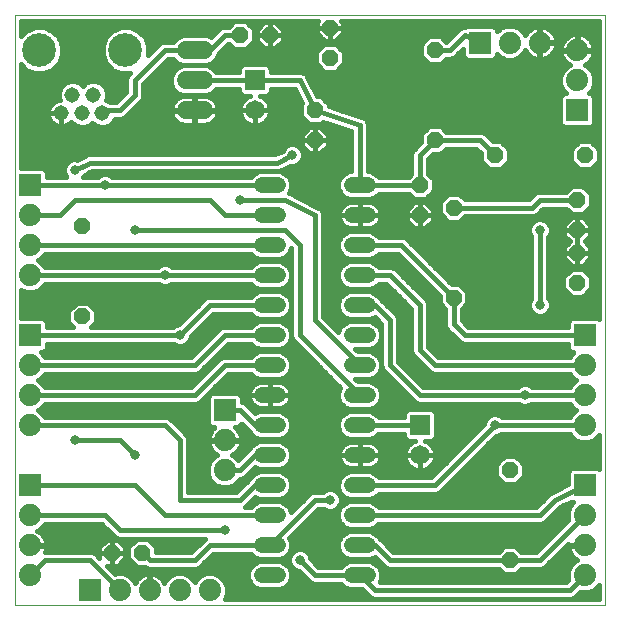
<source format=gbl>
G75*
G70*
%OFA0B0*%
%FSLAX24Y24*%
%IPPOS*%
%LPD*%
%AMOC8*
5,1,8,0,0,1.08239X$1,22.5*
%
%ADD10C,0.0000*%
%ADD11C,0.0520*%
%ADD12R,0.0650X0.0650*%
%ADD13C,0.0650*%
%ADD14OC8,0.0520*%
%ADD15R,0.0740X0.0740*%
%ADD16C,0.0740*%
%ADD17C,0.0515*%
%ADD18C,0.1122*%
%ADD19C,0.0600*%
%ADD20C,0.0160*%
%ADD21C,0.0317*%
D10*
X000181Y000181D02*
X000181Y019866D01*
X019866Y019866D01*
X019866Y000181D01*
X000181Y000181D01*
D11*
X008421Y001181D02*
X008941Y001181D01*
X008941Y002181D02*
X008421Y002181D01*
X008421Y003181D02*
X008941Y003181D01*
X008941Y004181D02*
X008421Y004181D01*
X008421Y005181D02*
X008941Y005181D01*
X008941Y006181D02*
X008421Y006181D01*
X008421Y007181D02*
X008941Y007181D01*
X008941Y008181D02*
X008421Y008181D01*
X008421Y009181D02*
X008941Y009181D01*
X008941Y010181D02*
X008421Y010181D01*
X008421Y011181D02*
X008941Y011181D01*
X008941Y012181D02*
X008421Y012181D01*
X008421Y013181D02*
X008941Y013181D01*
X008941Y014181D02*
X008421Y014181D01*
X011421Y014181D02*
X011941Y014181D01*
X011941Y013181D02*
X011421Y013181D01*
X011421Y012181D02*
X011941Y012181D01*
X011941Y011181D02*
X011421Y011181D01*
X011421Y010181D02*
X011941Y010181D01*
X011941Y009181D02*
X011421Y009181D01*
X011421Y008181D02*
X011941Y008181D01*
X011941Y007181D02*
X011421Y007181D01*
X011421Y006181D02*
X011941Y006181D01*
X011941Y005181D02*
X011421Y005181D01*
X011421Y004181D02*
X011941Y004181D01*
X011941Y003181D02*
X011421Y003181D01*
X011421Y002181D02*
X011941Y002181D01*
X011941Y001181D02*
X011421Y001181D01*
D12*
X013681Y006181D03*
X008181Y017681D03*
D13*
X008181Y016681D03*
X013681Y005181D03*
D14*
X016681Y004681D03*
X016681Y001681D03*
X014806Y010431D03*
X013681Y013181D03*
X013681Y014181D03*
X014806Y013431D03*
X016181Y015181D03*
X014181Y015681D03*
X014181Y018681D03*
X010681Y018431D03*
X010681Y019431D03*
X008681Y019181D03*
X007681Y019181D03*
X010181Y016681D03*
X010181Y015681D03*
X002431Y012806D03*
X002431Y009806D03*
X003431Y001931D03*
X004431Y001931D03*
X018931Y010931D03*
X018931Y011931D03*
X018931Y012681D03*
X018931Y013681D03*
X019181Y015181D03*
D15*
X018931Y016681D03*
X015681Y018931D03*
X019181Y009181D03*
X019181Y004181D03*
X007181Y006681D03*
X002681Y000681D03*
X000681Y004181D03*
X000681Y009181D03*
X000681Y014181D03*
D16*
X000681Y013181D03*
X000681Y012181D03*
X000681Y011181D03*
X000681Y008181D03*
X000681Y007181D03*
X000681Y006181D03*
X000681Y003181D03*
X000681Y002181D03*
X000681Y001181D03*
X003681Y000681D03*
X004681Y000681D03*
X005681Y000681D03*
X006681Y000681D03*
X007181Y004681D03*
X007181Y005681D03*
X018931Y017681D03*
X018931Y018681D03*
X017681Y018931D03*
X016681Y018931D03*
X019181Y008181D03*
X019181Y007181D03*
X019181Y006181D03*
X019181Y003181D03*
X019181Y002181D03*
X019181Y001181D03*
D17*
X003101Y016581D03*
X002431Y016581D03*
X002101Y017201D03*
X002791Y017201D03*
X001731Y016581D03*
D18*
X000994Y018681D03*
X003868Y018681D03*
D19*
X005881Y018681D02*
X006481Y018681D01*
X006481Y017681D02*
X005881Y017681D01*
X005881Y016681D02*
X006481Y016681D01*
D20*
X006202Y016670D02*
X007676Y016670D01*
X007676Y016681D02*
X007676Y016642D01*
X007689Y016563D01*
X007713Y016488D01*
X007749Y016417D01*
X007796Y016352D01*
X007852Y016296D01*
X007917Y016249D01*
X007988Y016213D01*
X008063Y016189D01*
X008142Y016176D01*
X008181Y016176D01*
X008181Y016681D01*
X008182Y016681D01*
X008182Y016682D01*
X008686Y016682D01*
X008686Y016721D01*
X008674Y016800D01*
X008649Y016875D01*
X008613Y016946D01*
X008567Y017010D01*
X008510Y017067D01*
X008446Y017113D01*
X008375Y017149D01*
X008353Y017156D01*
X008589Y017156D01*
X008706Y017274D01*
X008706Y017401D01*
X009508Y017401D01*
X009756Y016906D01*
X009721Y016872D01*
X009721Y016491D01*
X009991Y016221D01*
X010372Y016221D01*
X010448Y016297D01*
X011401Y015980D01*
X011401Y014641D01*
X011330Y014641D01*
X011161Y014571D01*
X011031Y014442D01*
X010961Y014273D01*
X010961Y014090D01*
X011031Y013921D01*
X011161Y013791D01*
X011330Y013721D01*
X012033Y013721D01*
X012202Y013791D01*
X012312Y013901D01*
X013311Y013901D01*
X013491Y013721D01*
X013872Y013721D01*
X014141Y013991D01*
X014141Y014372D01*
X013961Y014552D01*
X013961Y015065D01*
X014117Y015221D01*
X014372Y015221D01*
X014552Y015401D01*
X015565Y015401D01*
X015721Y015245D01*
X015721Y014991D01*
X015991Y014721D01*
X016372Y014721D01*
X016641Y014991D01*
X016641Y015372D01*
X016372Y015641D01*
X016117Y015641D01*
X015840Y015919D01*
X015737Y015961D01*
X015626Y015961D01*
X014552Y015961D01*
X014372Y016141D01*
X013991Y016141D01*
X013721Y015872D01*
X013721Y015617D01*
X013444Y015340D01*
X013401Y015237D01*
X013401Y015126D01*
X013401Y014552D01*
X013311Y014461D01*
X012312Y014461D01*
X012202Y014571D01*
X012033Y014641D01*
X011961Y014641D01*
X011961Y016136D01*
X011965Y016146D01*
X011961Y016191D01*
X011961Y016237D01*
X011957Y016247D01*
X011957Y016257D01*
X011936Y016298D01*
X011919Y016340D01*
X011912Y016347D01*
X011907Y016356D01*
X011872Y016387D01*
X011840Y016419D01*
X011831Y016423D01*
X011823Y016429D01*
X011779Y016444D01*
X011737Y016461D01*
X011727Y016461D01*
X010641Y016823D01*
X010641Y016872D01*
X010372Y017141D01*
X010264Y017141D01*
X009936Y017798D01*
X009919Y017840D01*
X009912Y017847D01*
X009907Y017856D01*
X009872Y017887D01*
X009840Y017919D01*
X009831Y017923D01*
X009823Y017929D01*
X009779Y017944D01*
X009737Y017961D01*
X009727Y017961D01*
X009717Y017965D01*
X009672Y017961D01*
X008706Y017961D01*
X008706Y018089D01*
X008589Y018206D01*
X007774Y018206D01*
X007656Y018089D01*
X007656Y017961D01*
X006907Y017961D01*
X006905Y017965D01*
X006765Y018105D01*
X006581Y018181D01*
X005782Y018181D01*
X005598Y018105D01*
X005458Y017965D01*
X005381Y017781D01*
X005381Y017582D01*
X005458Y017398D01*
X005598Y017258D01*
X005782Y017181D01*
X006581Y017181D01*
X006765Y017258D01*
X006905Y017398D01*
X006907Y017401D01*
X007656Y017401D01*
X007656Y017274D01*
X007774Y017156D01*
X008009Y017156D01*
X007988Y017149D01*
X007917Y017113D01*
X007852Y017067D01*
X007796Y017010D01*
X007749Y016946D01*
X007713Y016875D01*
X007689Y016800D01*
X007676Y016721D01*
X007676Y016682D01*
X008181Y016682D01*
X008181Y016681D01*
X007676Y016681D01*
X007698Y016828D02*
X006938Y016828D01*
X006950Y016794D02*
X006926Y016866D01*
X006892Y016933D01*
X006848Y016994D01*
X006794Y017048D01*
X006733Y017092D01*
X006666Y017126D01*
X006594Y017150D01*
X006519Y017161D01*
X006201Y017161D01*
X006201Y016702D01*
X006161Y016702D01*
X006161Y017161D01*
X005844Y017161D01*
X005769Y017150D01*
X005697Y017126D01*
X005630Y017092D01*
X005569Y017048D01*
X005515Y016994D01*
X005471Y016933D01*
X005437Y016866D01*
X005413Y016794D01*
X005401Y016719D01*
X005401Y016701D01*
X006161Y016701D01*
X006161Y016661D01*
X006201Y016661D01*
X006201Y016201D01*
X006519Y016201D01*
X006594Y016213D01*
X006666Y016237D01*
X006733Y016271D01*
X006794Y016315D01*
X006848Y016369D01*
X006892Y016430D01*
X006926Y016497D01*
X006950Y016569D01*
X006961Y016644D01*
X006961Y016661D01*
X006202Y016661D01*
X006202Y016701D01*
X006961Y016701D01*
X006961Y016719D01*
X006950Y016794D01*
X006853Y016987D02*
X007779Y016987D01*
X007980Y017146D02*
X006606Y017146D01*
X006811Y017304D02*
X007656Y017304D01*
X008181Y017681D02*
X009681Y017681D01*
X010181Y016681D01*
X011681Y016181D01*
X011681Y014181D01*
X013681Y014181D01*
X013681Y015181D01*
X014181Y015681D01*
X015681Y015681D01*
X016181Y015181D01*
X015721Y015243D02*
X014394Y015243D01*
X013980Y015084D02*
X015721Y015084D01*
X015786Y014926D02*
X013961Y014926D01*
X013961Y014767D02*
X015945Y014767D01*
X016418Y014767D02*
X018945Y014767D01*
X018991Y014721D02*
X019372Y014721D01*
X019641Y014991D01*
X019641Y015372D01*
X019372Y015641D01*
X018991Y015641D01*
X018721Y015372D01*
X018721Y014991D01*
X018991Y014721D01*
X018786Y014926D02*
X016576Y014926D01*
X016641Y015084D02*
X018721Y015084D01*
X018721Y015243D02*
X016641Y015243D01*
X016612Y015402D02*
X018751Y015402D01*
X018910Y015560D02*
X016453Y015560D01*
X016040Y015719D02*
X019666Y015719D01*
X019666Y015877D02*
X015882Y015877D01*
X014478Y016036D02*
X019666Y016036D01*
X019666Y016194D02*
X019467Y016194D01*
X019501Y016229D02*
X019501Y017134D01*
X019384Y017251D01*
X019307Y017251D01*
X019415Y017359D01*
X019501Y017568D01*
X019501Y017795D01*
X019415Y018004D01*
X019254Y018165D01*
X019185Y018193D01*
X019220Y018211D01*
X019290Y018262D01*
X019351Y018323D01*
X019402Y018393D01*
X019441Y018470D01*
X019468Y018553D01*
X019481Y018638D01*
X019481Y018661D01*
X018952Y018661D01*
X018952Y018701D01*
X019481Y018701D01*
X019481Y018725D01*
X019468Y018810D01*
X019441Y018893D01*
X019402Y018970D01*
X019351Y019040D01*
X019290Y019101D01*
X019220Y019152D01*
X019143Y019191D01*
X019060Y019218D01*
X018975Y019231D01*
X018951Y019231D01*
X018951Y018702D01*
X018911Y018702D01*
X018911Y019231D01*
X018888Y019231D01*
X018803Y019218D01*
X018720Y019191D01*
X018643Y019152D01*
X018573Y019101D01*
X018512Y019040D01*
X018461Y018970D01*
X018422Y018893D01*
X018395Y018810D01*
X018381Y018725D01*
X018381Y018701D01*
X018911Y018701D01*
X018911Y018661D01*
X018381Y018661D01*
X018381Y018638D01*
X018395Y018553D01*
X018422Y018470D01*
X018461Y018393D01*
X018512Y018323D01*
X018573Y018262D01*
X018643Y018211D01*
X018678Y018193D01*
X018609Y018165D01*
X018448Y018004D01*
X018361Y017795D01*
X018361Y017568D01*
X018448Y017359D01*
X018555Y017251D01*
X018479Y017251D01*
X018361Y017134D01*
X018361Y016229D01*
X018479Y016111D01*
X019384Y016111D01*
X019501Y016229D01*
X019501Y016353D02*
X019666Y016353D01*
X019666Y016511D02*
X019501Y016511D01*
X019501Y016670D02*
X019666Y016670D01*
X019666Y016828D02*
X019501Y016828D01*
X019501Y016987D02*
X019666Y016987D01*
X019666Y017146D02*
X019490Y017146D01*
X019360Y017304D02*
X019666Y017304D01*
X019666Y017463D02*
X019458Y017463D01*
X019501Y017621D02*
X019666Y017621D01*
X019666Y017780D02*
X019501Y017780D01*
X019442Y017938D02*
X019666Y017938D01*
X019666Y018097D02*
X019322Y018097D01*
X019281Y018255D02*
X019666Y018255D01*
X019666Y018414D02*
X019412Y018414D01*
X019471Y018572D02*
X019666Y018572D01*
X019666Y018731D02*
X019480Y018731D01*
X019442Y018890D02*
X019666Y018890D01*
X019666Y019048D02*
X019343Y019048D01*
X019095Y019207D02*
X019666Y019207D01*
X019666Y019365D02*
X018020Y019365D01*
X018040Y019351D02*
X017970Y019402D01*
X017893Y019441D01*
X017810Y019468D01*
X017725Y019481D01*
X017701Y019481D01*
X017701Y018952D01*
X017661Y018952D01*
X017661Y019481D01*
X017638Y019481D01*
X017553Y019468D01*
X017470Y019441D01*
X017393Y019402D01*
X017323Y019351D01*
X017262Y019290D01*
X017211Y019220D01*
X017193Y019185D01*
X017165Y019254D01*
X017004Y019415D01*
X016795Y019501D01*
X016568Y019501D01*
X016359Y019415D01*
X016251Y019307D01*
X016251Y019384D01*
X016134Y019501D01*
X015229Y019501D01*
X015189Y019462D01*
X015146Y019465D01*
X015136Y019461D01*
X015126Y019461D01*
X015084Y019444D01*
X015040Y019429D01*
X015032Y019423D01*
X015023Y019419D01*
X014991Y019387D01*
X014956Y019356D01*
X014951Y019347D01*
X014565Y018961D01*
X014552Y018961D01*
X014372Y019141D01*
X013991Y019141D01*
X013721Y018872D01*
X013721Y018491D01*
X013991Y018221D01*
X014372Y018221D01*
X014552Y018401D01*
X014626Y018401D01*
X014737Y018401D01*
X014840Y018444D01*
X015111Y018716D01*
X015111Y018479D01*
X015229Y018361D01*
X016134Y018361D01*
X016251Y018479D01*
X016251Y018555D01*
X016359Y018448D01*
X016568Y018361D01*
X016795Y018361D01*
X017004Y018448D01*
X017165Y018609D01*
X017193Y018678D01*
X017211Y018643D01*
X017262Y018573D01*
X017323Y018512D01*
X017393Y018461D01*
X017470Y018422D01*
X017553Y018395D01*
X017638Y018381D01*
X017661Y018381D01*
X017661Y018911D01*
X017701Y018911D01*
X017701Y018381D01*
X017725Y018381D01*
X017810Y018395D01*
X017893Y018422D01*
X017970Y018461D01*
X018040Y018512D01*
X018101Y018573D01*
X018152Y018643D01*
X018191Y018720D01*
X018218Y018803D01*
X018231Y018888D01*
X018231Y018911D01*
X017702Y018911D01*
X017702Y018951D01*
X018231Y018951D01*
X018231Y018975D01*
X018218Y019060D01*
X018191Y019143D01*
X018152Y019220D01*
X018101Y019290D01*
X018040Y019351D01*
X018158Y019207D02*
X018768Y019207D01*
X018911Y019207D02*
X018951Y019207D01*
X018951Y019048D02*
X018911Y019048D01*
X018911Y018890D02*
X018951Y018890D01*
X018951Y018731D02*
X018911Y018731D01*
X018520Y019048D02*
X018220Y019048D01*
X018231Y018890D02*
X018421Y018890D01*
X018382Y018731D02*
X018195Y018731D01*
X018100Y018572D02*
X018392Y018572D01*
X018450Y018414D02*
X017869Y018414D01*
X017701Y018414D02*
X017661Y018414D01*
X017661Y018572D02*
X017701Y018572D01*
X017701Y018731D02*
X017661Y018731D01*
X017661Y018890D02*
X017701Y018890D01*
X017701Y019048D02*
X017661Y019048D01*
X017661Y019207D02*
X017701Y019207D01*
X017701Y019365D02*
X017661Y019365D01*
X017343Y019365D02*
X017054Y019365D01*
X017184Y019207D02*
X017204Y019207D01*
X017263Y018572D02*
X017129Y018572D01*
X016921Y018414D02*
X017494Y018414D01*
X018421Y017938D02*
X009796Y017938D01*
X009945Y017780D02*
X018361Y017780D01*
X018361Y017621D02*
X010025Y017621D01*
X010104Y017463D02*
X018405Y017463D01*
X018503Y017304D02*
X010183Y017304D01*
X010262Y017146D02*
X018373Y017146D01*
X018361Y016987D02*
X010526Y016987D01*
X010641Y016828D02*
X018361Y016828D01*
X018361Y016670D02*
X011101Y016670D01*
X011577Y016511D02*
X018361Y016511D01*
X018361Y016353D02*
X011909Y016353D01*
X011961Y016194D02*
X018396Y016194D01*
X019453Y015560D02*
X019666Y015560D01*
X019666Y015402D02*
X019612Y015402D01*
X019641Y015243D02*
X019666Y015243D01*
X019666Y015084D02*
X019641Y015084D01*
X019666Y014926D02*
X019576Y014926D01*
X019666Y014767D02*
X019418Y014767D01*
X019666Y014609D02*
X013961Y014609D01*
X014063Y014450D02*
X019666Y014450D01*
X019666Y014292D02*
X014141Y014292D01*
X014141Y014133D02*
X018733Y014133D01*
X018741Y014141D02*
X018561Y013961D01*
X017626Y013961D01*
X017523Y013919D01*
X017444Y013840D01*
X017315Y013711D01*
X015177Y013711D01*
X014997Y013891D01*
X014616Y013891D01*
X014346Y013622D01*
X014346Y013241D01*
X014616Y012971D01*
X014997Y012971D01*
X015177Y013151D01*
X017376Y013151D01*
X017487Y013151D01*
X017590Y013194D01*
X017797Y013401D01*
X018561Y013401D01*
X018741Y013221D01*
X019122Y013221D01*
X019391Y013491D01*
X019391Y013872D01*
X019122Y014141D01*
X018741Y014141D01*
X018574Y013975D02*
X014125Y013975D01*
X013967Y013816D02*
X014541Y013816D01*
X014382Y013658D02*
X009855Y013658D01*
X009538Y013816D02*
X011136Y013816D01*
X011009Y013975D02*
X009354Y013975D01*
X009332Y013922D02*
X009401Y014090D01*
X009401Y014273D01*
X009331Y014442D01*
X009202Y014571D01*
X009033Y014641D01*
X008330Y014641D01*
X008161Y014571D01*
X008051Y014461D01*
X003408Y014461D01*
X003384Y014485D01*
X003253Y014540D01*
X003110Y014540D01*
X002978Y014485D01*
X002955Y014461D01*
X002468Y014461D01*
X002485Y014478D01*
X002507Y014531D01*
X002748Y014651D01*
X008886Y014651D01*
X008896Y014648D01*
X008941Y014651D01*
X008987Y014651D01*
X008997Y014655D01*
X009007Y014656D01*
X009048Y014677D01*
X009090Y014694D01*
X009097Y014701D01*
X009349Y014827D01*
X009360Y014823D01*
X009503Y014823D01*
X009634Y014878D01*
X009735Y014978D01*
X009790Y015110D01*
X009790Y015253D01*
X009735Y015384D01*
X009634Y015485D01*
X009503Y015540D01*
X009360Y015540D01*
X009228Y015485D01*
X009128Y015384D01*
X009106Y015332D01*
X008865Y015211D01*
X002727Y015211D01*
X002717Y015215D01*
X002672Y015211D01*
X002626Y015211D01*
X002616Y015207D01*
X002606Y015207D01*
X002565Y015186D01*
X002523Y015169D01*
X002516Y015162D01*
X002263Y015035D01*
X002253Y015040D01*
X002110Y015040D01*
X001978Y014985D01*
X001878Y014884D01*
X001823Y014753D01*
X001823Y014610D01*
X001878Y014478D01*
X001895Y014461D01*
X001251Y014461D01*
X001251Y014634D01*
X001134Y014751D01*
X000381Y014751D01*
X000381Y018218D01*
X000563Y018036D01*
X000843Y017920D01*
X001146Y017920D01*
X001425Y018036D01*
X001640Y018250D01*
X001755Y018530D01*
X001755Y018833D01*
X001640Y019112D01*
X001425Y019327D01*
X001146Y019442D01*
X000843Y019442D01*
X000563Y019327D01*
X000381Y019145D01*
X000381Y019666D01*
X010294Y019666D01*
X010241Y019614D01*
X010241Y019432D01*
X010681Y019432D01*
X010681Y019431D01*
X010682Y019431D01*
X010682Y019432D01*
X011121Y019432D01*
X011121Y019614D01*
X011069Y019666D01*
X019666Y019666D01*
X019666Y009719D01*
X019634Y009751D01*
X018729Y009751D01*
X018611Y009634D01*
X018611Y009461D01*
X015297Y009461D01*
X015086Y009672D01*
X015086Y010061D01*
X015266Y010241D01*
X015266Y010622D01*
X014997Y010891D01*
X014742Y010891D01*
X013215Y012419D01*
X013112Y012461D01*
X013001Y012461D01*
X012312Y012461D01*
X012202Y012571D01*
X012033Y012641D01*
X011330Y012641D01*
X011161Y012571D01*
X011031Y012442D01*
X010961Y012273D01*
X010961Y012090D01*
X011031Y011921D01*
X011161Y011791D01*
X011330Y011721D01*
X012033Y011721D01*
X012202Y011791D01*
X012312Y011901D01*
X012940Y011901D01*
X014346Y010495D01*
X014346Y010241D01*
X014526Y010061D01*
X014526Y009612D01*
X014526Y009501D01*
X014569Y009398D01*
X015023Y008944D01*
X015126Y008901D01*
X015237Y008901D01*
X018611Y008901D01*
X013961Y008901D01*
X013961Y008797D02*
X013961Y010237D01*
X013919Y010340D01*
X013840Y010419D01*
X012840Y011419D01*
X012737Y011461D01*
X012626Y011461D01*
X012312Y011461D01*
X012202Y011571D01*
X012033Y011641D01*
X011330Y011641D01*
X011161Y011571D01*
X011031Y011442D01*
X010961Y011273D01*
X010961Y011090D01*
X011031Y010921D01*
X011161Y010791D01*
X011330Y010721D01*
X012033Y010721D01*
X012202Y010791D01*
X012312Y010901D01*
X012565Y010901D01*
X013401Y010065D01*
X013401Y008737D01*
X013401Y008626D01*
X013444Y008523D01*
X013944Y008023D01*
X014023Y007944D01*
X014126Y007901D01*
X018680Y007901D01*
X018698Y007859D01*
X018859Y007698D01*
X018899Y007681D01*
X018859Y007665D01*
X018698Y007504D01*
X018680Y007461D01*
X017408Y007461D01*
X017384Y007485D01*
X017253Y007540D01*
X017110Y007540D01*
X016978Y007485D01*
X016955Y007461D01*
X013797Y007461D01*
X012961Y008297D01*
X012961Y009737D01*
X012919Y009840D01*
X012840Y009919D01*
X012342Y010417D01*
X012331Y010442D01*
X012202Y010571D01*
X012033Y010641D01*
X011330Y010641D01*
X011161Y010571D01*
X011031Y010442D01*
X010961Y010273D01*
X010961Y010090D01*
X011031Y009921D01*
X011161Y009791D01*
X011330Y009721D01*
X012033Y009721D01*
X012183Y009784D01*
X012401Y009565D01*
X012401Y008237D01*
X012401Y008126D01*
X012444Y008023D01*
X013444Y007023D01*
X013523Y006944D01*
X013626Y006901D01*
X016955Y006901D01*
X016978Y006878D01*
X017110Y006823D01*
X017253Y006823D01*
X017384Y006878D01*
X017408Y006901D01*
X018680Y006901D01*
X018698Y006859D01*
X018859Y006698D01*
X018899Y006681D01*
X018859Y006665D01*
X018698Y006504D01*
X018680Y006461D01*
X016408Y006461D01*
X016384Y006485D01*
X016253Y006540D01*
X016110Y006540D01*
X015978Y006485D01*
X015878Y006384D01*
X015823Y006253D01*
X015823Y006219D01*
X014065Y004461D01*
X012312Y004461D01*
X012202Y004571D01*
X012033Y004641D01*
X011330Y004641D01*
X011161Y004571D01*
X011031Y004442D01*
X010961Y004273D01*
X010961Y004090D01*
X011031Y003921D01*
X011161Y003791D01*
X011330Y003721D01*
X012033Y003721D01*
X012202Y003791D01*
X012312Y003901D01*
X014126Y003901D01*
X014237Y003901D01*
X014340Y003944D01*
X016219Y005823D01*
X016253Y005823D01*
X016384Y005878D01*
X016408Y005901D01*
X018680Y005901D01*
X018698Y005859D01*
X018859Y005698D01*
X019068Y005611D01*
X019295Y005611D01*
X019504Y005698D01*
X019665Y005859D01*
X019666Y005863D01*
X019666Y004719D01*
X019634Y004751D01*
X018729Y004751D01*
X018611Y004634D01*
X018611Y004209D01*
X018065Y003936D01*
X018023Y003919D01*
X018016Y003912D01*
X018006Y003907D01*
X017976Y003872D01*
X017565Y003461D01*
X012312Y003461D01*
X012202Y003571D01*
X012033Y003641D01*
X011330Y003641D01*
X011161Y003571D01*
X011031Y003442D01*
X010961Y003273D01*
X010961Y003090D01*
X011031Y002921D01*
X011161Y002791D01*
X011330Y002721D01*
X012033Y002721D01*
X012202Y002791D01*
X012312Y002901D01*
X017626Y002901D01*
X017737Y002901D01*
X017840Y002944D01*
X018347Y003451D01*
X018708Y003632D01*
X018729Y003611D01*
X018805Y003611D01*
X018698Y003504D01*
X018611Y003295D01*
X018611Y003068D01*
X018629Y003025D01*
X017565Y001961D01*
X017052Y001961D01*
X016872Y002141D01*
X016491Y002141D01*
X016311Y001961D01*
X012797Y001961D01*
X012342Y002417D01*
X012331Y002442D01*
X012202Y002571D01*
X012033Y002641D01*
X011330Y002641D01*
X011161Y002571D01*
X011031Y002442D01*
X010961Y002273D01*
X010961Y002090D01*
X011031Y001921D01*
X011161Y001791D01*
X011330Y001721D01*
X012033Y001721D01*
X012183Y001784D01*
X012444Y001523D01*
X012523Y001444D01*
X012626Y001401D01*
X016311Y001401D01*
X016491Y001221D01*
X016872Y001221D01*
X017052Y001401D01*
X017626Y001401D01*
X017737Y001401D01*
X017840Y001444D01*
X018633Y002238D01*
X018631Y002225D01*
X018631Y002201D01*
X019161Y002201D01*
X019161Y002161D01*
X018631Y002161D01*
X018631Y002138D01*
X018645Y002053D01*
X018672Y001970D01*
X018711Y001893D01*
X018762Y001823D01*
X018823Y001762D01*
X018893Y001711D01*
X018928Y001693D01*
X018859Y001665D01*
X018698Y001504D01*
X018611Y001295D01*
X018611Y001068D01*
X018629Y001025D01*
X018565Y000961D01*
X012348Y000961D01*
X012401Y001090D01*
X012401Y001273D01*
X012331Y001442D01*
X012202Y001571D01*
X012033Y001641D01*
X011330Y001641D01*
X011161Y001571D01*
X011051Y001461D01*
X010297Y001461D01*
X010040Y001719D01*
X010040Y001753D01*
X009985Y001884D01*
X009884Y001985D01*
X009753Y002040D01*
X009610Y002040D01*
X009478Y001985D01*
X009378Y001884D01*
X009323Y001753D01*
X009323Y001610D01*
X009378Y001478D01*
X009478Y001378D01*
X009610Y001323D01*
X009644Y001323D01*
X010023Y000944D01*
X010126Y000901D01*
X010237Y000901D01*
X011051Y000901D01*
X011161Y000791D01*
X011330Y000721D01*
X011745Y000721D01*
X011944Y000523D01*
X011944Y000523D01*
X012023Y000444D01*
X012126Y000401D01*
X018626Y000401D01*
X018737Y000401D01*
X018840Y000444D01*
X019025Y000629D01*
X019068Y000611D01*
X019295Y000611D01*
X019504Y000698D01*
X019665Y000859D01*
X019666Y000863D01*
X019666Y000381D01*
X007174Y000381D01*
X007251Y000568D01*
X007251Y000795D01*
X007165Y001004D01*
X007004Y001165D01*
X006795Y001251D01*
X006568Y001251D01*
X006359Y001165D01*
X006198Y001004D01*
X006181Y000964D01*
X006165Y001004D01*
X006004Y001165D01*
X005795Y001251D01*
X005568Y001251D01*
X005359Y001165D01*
X005198Y001004D01*
X005169Y000935D01*
X005152Y000970D01*
X005101Y001040D01*
X005040Y001101D01*
X004970Y001152D01*
X004893Y001191D01*
X004810Y001218D01*
X004725Y001231D01*
X004701Y001231D01*
X004701Y000702D01*
X004661Y000702D01*
X004661Y001231D01*
X004638Y001231D01*
X004553Y001218D01*
X004470Y001191D01*
X004393Y001152D01*
X004323Y001101D01*
X004262Y001040D01*
X004211Y000970D01*
X004193Y000935D01*
X004165Y001004D01*
X004004Y001165D01*
X003795Y001251D01*
X003568Y001251D01*
X003525Y001234D01*
X003267Y001491D01*
X003431Y001491D01*
X003431Y001931D01*
X002991Y001931D01*
X002991Y001767D01*
X002919Y001840D01*
X002840Y001919D01*
X002737Y001961D01*
X001237Y001961D01*
X001187Y001961D01*
X001191Y001970D01*
X001218Y002053D01*
X001231Y002138D01*
X001231Y002161D01*
X000702Y002161D01*
X000702Y002201D01*
X001231Y002201D01*
X001231Y002225D01*
X001218Y002310D01*
X001191Y002393D01*
X001152Y002470D01*
X001101Y002540D01*
X001040Y002601D01*
X000970Y002652D01*
X000935Y002669D01*
X001004Y002698D01*
X001165Y002859D01*
X001182Y002901D01*
X003065Y002901D01*
X003523Y002444D01*
X003626Y002401D01*
X003737Y002401D01*
X006506Y002401D01*
X006065Y001961D01*
X004891Y001961D01*
X004891Y002122D01*
X004622Y002391D01*
X004241Y002391D01*
X003971Y002122D01*
X003971Y001741D01*
X004241Y001471D01*
X004495Y001471D01*
X004523Y001444D01*
X004626Y001401D01*
X004737Y001401D01*
X006237Y001401D01*
X006340Y001444D01*
X006419Y001523D01*
X006797Y001901D01*
X008051Y001901D01*
X008161Y001791D01*
X008330Y001721D01*
X009033Y001721D01*
X009202Y001791D01*
X009331Y001921D01*
X009401Y002090D01*
X009401Y002273D01*
X009333Y002437D01*
X010297Y003401D01*
X010455Y003401D01*
X010478Y003378D01*
X010610Y003323D01*
X010753Y003323D01*
X010884Y003378D01*
X010985Y003478D01*
X011040Y003610D01*
X011040Y003753D01*
X010985Y003884D01*
X010884Y003985D01*
X010753Y004040D01*
X010610Y004040D01*
X010478Y003985D01*
X010455Y003961D01*
X010126Y003961D01*
X010023Y003919D01*
X009944Y003840D01*
X009394Y003290D01*
X009331Y003442D01*
X009202Y003571D01*
X009033Y003641D01*
X008330Y003641D01*
X008161Y003571D01*
X008051Y003461D01*
X007857Y003461D01*
X008180Y003784D01*
X008330Y003721D01*
X009033Y003721D01*
X009202Y003791D01*
X009331Y003921D01*
X009401Y004090D01*
X009401Y004273D01*
X009331Y004442D01*
X009202Y004571D01*
X009033Y004641D01*
X008330Y004641D01*
X008161Y004571D01*
X008031Y004442D01*
X008021Y004417D01*
X007944Y004340D01*
X007565Y003961D01*
X005961Y003961D01*
X005961Y005737D01*
X005919Y005840D01*
X005840Y005919D01*
X005340Y006419D01*
X005237Y006461D01*
X005126Y006461D01*
X001182Y006461D01*
X001165Y006504D01*
X001004Y006665D01*
X000964Y006681D01*
X001004Y006698D01*
X001165Y006859D01*
X001182Y006901D01*
X006126Y006901D01*
X006237Y006901D01*
X006340Y006944D01*
X007297Y007901D01*
X008051Y007901D01*
X008161Y007791D01*
X008330Y007721D01*
X009033Y007721D01*
X009202Y007791D01*
X009331Y007921D01*
X009401Y008090D01*
X009401Y008273D01*
X009331Y008442D01*
X009202Y008571D01*
X009033Y008641D01*
X008330Y008641D01*
X008161Y008571D01*
X008051Y008461D01*
X007126Y008461D01*
X007023Y008419D01*
X006944Y008340D01*
X006065Y007461D01*
X001182Y007461D01*
X001165Y007504D01*
X001004Y007665D01*
X000964Y007681D01*
X001004Y007698D01*
X001165Y007859D01*
X001182Y007901D01*
X006126Y007901D01*
X006237Y007901D01*
X006340Y007944D01*
X007297Y008901D01*
X008051Y008901D01*
X008161Y008791D01*
X008330Y008721D01*
X009033Y008721D01*
X009202Y008791D01*
X009331Y008921D01*
X009401Y009090D01*
X009401Y009273D01*
X009331Y009442D01*
X009202Y009571D01*
X009033Y009641D01*
X008330Y009641D01*
X008161Y009571D01*
X008051Y009461D01*
X007126Y009461D01*
X007023Y009419D01*
X006944Y009340D01*
X006065Y008461D01*
X001182Y008461D01*
X001165Y008504D01*
X001057Y008611D01*
X001134Y008611D01*
X001251Y008729D01*
X001251Y008901D01*
X005455Y008901D01*
X005478Y008878D01*
X005610Y008823D01*
X005753Y008823D01*
X005884Y008878D01*
X005985Y008978D01*
X006040Y009110D01*
X006040Y009144D01*
X006797Y009901D01*
X008051Y009901D01*
X008161Y009791D01*
X008330Y009721D01*
X009033Y009721D01*
X009202Y009791D01*
X009331Y009921D01*
X009401Y010090D01*
X009401Y010273D01*
X009331Y010442D01*
X009202Y010571D01*
X009033Y010641D01*
X008330Y010641D01*
X008161Y010571D01*
X008051Y010461D01*
X006626Y010461D01*
X006523Y010419D01*
X006444Y010340D01*
X005644Y009540D01*
X005610Y009540D01*
X005478Y009485D01*
X005455Y009461D01*
X002737Y009461D01*
X002891Y009616D01*
X002891Y009997D01*
X002622Y010266D01*
X002241Y010266D01*
X001971Y009997D01*
X001971Y009616D01*
X002126Y009461D01*
X001251Y009461D01*
X001251Y009634D01*
X001134Y009751D01*
X000381Y009751D01*
X000381Y010689D01*
X000568Y010611D01*
X000795Y010611D01*
X001004Y010698D01*
X001165Y010859D01*
X001182Y010901D01*
X004955Y010901D01*
X004978Y010878D01*
X005110Y010823D01*
X005253Y010823D01*
X005384Y010878D01*
X005408Y010901D01*
X008051Y010901D01*
X008161Y010791D01*
X008330Y010721D01*
X009033Y010721D01*
X009202Y010791D01*
X009331Y010921D01*
X009401Y011090D01*
X009401Y011273D01*
X009331Y011442D01*
X009202Y011571D01*
X009033Y011641D01*
X008330Y011641D01*
X008161Y011571D01*
X008051Y011461D01*
X005408Y011461D01*
X005384Y011485D01*
X005253Y011540D01*
X005110Y011540D01*
X004978Y011485D01*
X004955Y011461D01*
X001182Y011461D01*
X001165Y011504D01*
X001004Y011665D01*
X000964Y011681D01*
X001004Y011698D01*
X001165Y011859D01*
X001182Y011901D01*
X008051Y011901D01*
X008161Y011791D01*
X008330Y011721D01*
X009033Y011721D01*
X009202Y011791D01*
X009331Y011921D01*
X009394Y012073D01*
X009401Y012065D01*
X009401Y009237D01*
X009401Y009126D01*
X009444Y009023D01*
X011030Y007437D01*
X010961Y007273D01*
X010961Y007090D01*
X011031Y006921D01*
X011161Y006791D01*
X011330Y006721D01*
X012033Y006721D01*
X012202Y006791D01*
X012331Y006921D01*
X012401Y007090D01*
X012401Y007273D01*
X012331Y007442D01*
X012202Y007571D01*
X012033Y007641D01*
X011617Y007641D01*
X011537Y007721D01*
X012033Y007721D01*
X012202Y007791D01*
X012331Y007921D01*
X012401Y008090D01*
X012401Y008273D01*
X012331Y008442D01*
X012202Y008571D01*
X012033Y008641D01*
X011617Y008641D01*
X011537Y008721D01*
X012033Y008721D01*
X012202Y008791D01*
X012331Y008921D01*
X012401Y009090D01*
X012401Y009273D01*
X012331Y009442D01*
X012202Y009571D01*
X012033Y009641D01*
X011330Y009641D01*
X011161Y009571D01*
X011031Y009442D01*
X010969Y009290D01*
X010461Y009797D01*
X010461Y013172D01*
X010465Y013217D01*
X010461Y013227D01*
X010461Y013237D01*
X010444Y013279D01*
X010429Y013323D01*
X010423Y013331D01*
X010419Y013340D01*
X010387Y013372D01*
X010356Y013407D01*
X010347Y013412D01*
X010340Y013419D01*
X010298Y013436D01*
X009347Y013912D01*
X009340Y013919D01*
X009332Y013922D01*
X009401Y014133D02*
X010961Y014133D01*
X010969Y014292D02*
X009394Y014292D01*
X009323Y014450D02*
X011040Y014450D01*
X011251Y014609D02*
X009111Y014609D01*
X009229Y014767D02*
X011401Y014767D01*
X011401Y014926D02*
X009683Y014926D01*
X009779Y015084D02*
X011401Y015084D01*
X011401Y015243D02*
X010365Y015243D01*
X010364Y015241D02*
X010621Y015499D01*
X010621Y015681D01*
X010182Y015681D01*
X010182Y015682D01*
X010181Y015682D01*
X010181Y016121D01*
X009999Y016121D01*
X009741Y015864D01*
X009741Y015682D01*
X010181Y015682D01*
X010181Y015681D01*
X009741Y015681D01*
X009741Y015499D01*
X009999Y015241D01*
X010181Y015241D01*
X010181Y015681D01*
X010182Y015681D01*
X010182Y015241D01*
X010364Y015241D01*
X010182Y015243D02*
X010181Y015243D01*
X010181Y015402D02*
X010182Y015402D01*
X010181Y015560D02*
X010182Y015560D01*
X010182Y015682D02*
X010621Y015682D01*
X010621Y015864D01*
X010364Y016121D01*
X010182Y016121D01*
X010182Y015682D01*
X010181Y015719D02*
X010182Y015719D01*
X010181Y015877D02*
X010182Y015877D01*
X010181Y016036D02*
X010182Y016036D01*
X010449Y016036D02*
X011233Y016036D01*
X011401Y015877D02*
X010608Y015877D01*
X010621Y015719D02*
X011401Y015719D01*
X011401Y015560D02*
X010621Y015560D01*
X010524Y015402D02*
X011401Y015402D01*
X011961Y015402D02*
X013506Y015402D01*
X013404Y015243D02*
X011961Y015243D01*
X011961Y015084D02*
X013401Y015084D01*
X013401Y014926D02*
X011961Y014926D01*
X011961Y014767D02*
X013401Y014767D01*
X013401Y014609D02*
X012111Y014609D01*
X012227Y013816D02*
X013396Y013816D01*
X013499Y013621D02*
X013241Y013364D01*
X013241Y013182D01*
X012381Y013182D01*
X012381Y013216D01*
X012371Y013284D01*
X012349Y013350D01*
X012318Y013412D01*
X012277Y013468D01*
X012228Y013517D01*
X012172Y013558D01*
X012110Y013589D01*
X012044Y013611D01*
X011976Y013621D01*
X011682Y013621D01*
X011682Y013182D01*
X011681Y013182D01*
X011681Y013621D01*
X011387Y013621D01*
X011318Y013611D01*
X011252Y013589D01*
X011191Y013558D01*
X011135Y013517D01*
X011086Y013468D01*
X011045Y013412D01*
X011014Y013350D01*
X010992Y013284D01*
X010981Y013216D01*
X010981Y013182D01*
X010462Y013182D01*
X010461Y013023D02*
X011010Y013023D01*
X011014Y013012D02*
X011045Y012951D01*
X011086Y012895D01*
X011135Y012846D01*
X011191Y012805D01*
X011252Y012774D01*
X011318Y012752D01*
X011387Y012741D01*
X011681Y012741D01*
X011681Y013181D01*
X011682Y013181D01*
X011682Y013182D01*
X011681Y013182D01*
X011681Y013181D01*
X010981Y013181D01*
X010981Y013147D01*
X010992Y013078D01*
X011014Y013012D01*
X010981Y013182D02*
X011681Y013182D01*
X011682Y013182D02*
X012381Y013182D01*
X012381Y013181D02*
X011682Y013181D01*
X011682Y012741D01*
X011976Y012741D01*
X012044Y012752D01*
X012110Y012774D01*
X012172Y012805D01*
X012228Y012846D01*
X012277Y012895D01*
X012318Y012951D01*
X012349Y013012D01*
X012371Y013078D01*
X012381Y013147D01*
X012381Y013181D01*
X012353Y013023D02*
X013241Y013023D01*
X013241Y012999D02*
X013499Y012741D01*
X013681Y012741D01*
X013681Y013181D01*
X013241Y013181D01*
X013241Y012999D01*
X013241Y013182D02*
X013681Y013182D01*
X013682Y013182D01*
X013681Y013182D01*
X013681Y013621D01*
X013499Y013621D01*
X013377Y013499D02*
X012246Y013499D01*
X012352Y013341D02*
X013241Y013341D01*
X013376Y012865D02*
X012247Y012865D01*
X012226Y012548D02*
X017349Y012548D01*
X017323Y012610D02*
X017378Y012478D01*
X017401Y012455D01*
X017401Y010408D01*
X017378Y010384D01*
X017323Y010253D01*
X017323Y010110D01*
X017378Y009978D01*
X017478Y009878D01*
X017610Y009823D01*
X017753Y009823D01*
X017884Y009878D01*
X017985Y009978D01*
X018040Y010110D01*
X018040Y010253D01*
X017985Y010384D01*
X017961Y010408D01*
X017961Y012455D01*
X017985Y012478D01*
X018040Y012610D01*
X018040Y012753D01*
X017985Y012884D01*
X017884Y012985D01*
X017753Y013040D01*
X017610Y013040D01*
X017478Y012985D01*
X017378Y012884D01*
X017323Y012753D01*
X017323Y012610D01*
X017323Y012706D02*
X010461Y012706D01*
X010461Y012548D02*
X011137Y012548D01*
X011010Y012389D02*
X010461Y012389D01*
X010461Y012231D02*
X010961Y012231D01*
X010969Y012072D02*
X010461Y012072D01*
X010461Y011914D02*
X011039Y011914D01*
X011249Y011755D02*
X010461Y011755D01*
X010461Y011597D02*
X011222Y011597D01*
X011030Y011438D02*
X010461Y011438D01*
X010461Y011279D02*
X010964Y011279D01*
X010961Y011121D02*
X010461Y011121D01*
X010461Y010962D02*
X011014Y010962D01*
X011148Y010804D02*
X010461Y010804D01*
X010461Y010645D02*
X012822Y010645D01*
X012980Y010487D02*
X012287Y010487D01*
X012431Y010328D02*
X013139Y010328D01*
X013297Y010170D02*
X012589Y010170D01*
X012748Y010011D02*
X013401Y010011D01*
X013401Y009853D02*
X012906Y009853D01*
X012961Y009694D02*
X013401Y009694D01*
X013401Y009535D02*
X012961Y009535D01*
X012961Y009377D02*
X013401Y009377D01*
X013401Y009218D02*
X012961Y009218D01*
X012961Y009060D02*
X013401Y009060D01*
X013401Y008901D02*
X012961Y008901D01*
X012961Y008743D02*
X013401Y008743D01*
X013419Y008584D02*
X012961Y008584D01*
X012961Y008426D02*
X013541Y008426D01*
X013700Y008267D02*
X012992Y008267D01*
X013150Y008109D02*
X013858Y008109D01*
X014017Y007950D02*
X013309Y007950D01*
X013467Y007791D02*
X018765Y007791D01*
X018827Y007633D02*
X013626Y007633D01*
X013784Y007474D02*
X016968Y007474D01*
X017181Y007181D02*
X019181Y007181D01*
X018716Y006840D02*
X017294Y006840D01*
X017068Y006840D02*
X012251Y006840D01*
X012364Y006999D02*
X013468Y006999D01*
X013310Y007157D02*
X012401Y007157D01*
X012384Y007316D02*
X013151Y007316D01*
X012992Y007474D02*
X012299Y007474D01*
X012053Y007633D02*
X012834Y007633D01*
X012675Y007791D02*
X012202Y007791D01*
X012343Y007950D02*
X012517Y007950D01*
X012409Y008109D02*
X012401Y008109D01*
X012401Y008267D02*
X012401Y008267D01*
X012401Y008426D02*
X012338Y008426D01*
X012401Y008584D02*
X012171Y008584D01*
X012084Y008743D02*
X012401Y008743D01*
X012401Y008901D02*
X012312Y008901D01*
X012389Y009060D02*
X012401Y009060D01*
X012401Y009218D02*
X012401Y009218D01*
X012401Y009377D02*
X012358Y009377D01*
X012401Y009535D02*
X012238Y009535D01*
X012273Y009694D02*
X010565Y009694D01*
X010461Y009853D02*
X011100Y009853D01*
X010994Y010011D02*
X010461Y010011D01*
X010461Y010170D02*
X010961Y010170D01*
X010984Y010328D02*
X010461Y010328D01*
X010461Y010487D02*
X011076Y010487D01*
X011681Y010181D02*
X012181Y010181D01*
X012681Y009681D01*
X012681Y008181D01*
X013681Y007181D01*
X017181Y007181D01*
X017395Y007474D02*
X018686Y007474D01*
X018898Y006682D02*
X014114Y006682D01*
X014089Y006706D02*
X014206Y006589D01*
X014206Y005774D01*
X014089Y005656D01*
X013853Y005656D01*
X013875Y005649D01*
X013946Y005613D01*
X014010Y005567D01*
X014067Y005510D01*
X014113Y005446D01*
X014149Y005375D01*
X014174Y005300D01*
X014186Y005221D01*
X014186Y005182D01*
X013682Y005182D01*
X013682Y005181D01*
X014186Y005181D01*
X014186Y005142D01*
X014174Y005063D01*
X014149Y004988D01*
X014113Y004917D01*
X014067Y004852D01*
X014010Y004796D01*
X013946Y004749D01*
X013875Y004713D01*
X013800Y004689D01*
X013721Y004676D01*
X013682Y004676D01*
X013682Y005181D01*
X013681Y005181D01*
X013176Y005181D01*
X013176Y005142D01*
X013189Y005063D01*
X013213Y004988D01*
X013249Y004917D01*
X013296Y004852D01*
X013352Y004796D01*
X013417Y004749D01*
X013488Y004713D01*
X013563Y004689D01*
X013642Y004676D01*
X013681Y004676D01*
X013681Y005181D01*
X013681Y005182D01*
X013176Y005182D01*
X013176Y005221D01*
X013189Y005300D01*
X013213Y005375D01*
X013249Y005446D01*
X013296Y005510D01*
X013352Y005567D01*
X013417Y005613D01*
X013488Y005649D01*
X013509Y005656D01*
X013274Y005656D01*
X013156Y005774D01*
X013156Y005901D01*
X012312Y005901D01*
X012202Y005791D01*
X012033Y005721D01*
X011330Y005721D01*
X011161Y005791D01*
X011031Y005921D01*
X010961Y006090D01*
X010961Y006273D01*
X011031Y006442D01*
X011161Y006571D01*
X011330Y006641D01*
X012033Y006641D01*
X012202Y006571D01*
X012312Y006461D01*
X013156Y006461D01*
X013156Y006589D01*
X013274Y006706D01*
X014089Y006706D01*
X014206Y006523D02*
X016070Y006523D01*
X015869Y006365D02*
X014206Y006365D01*
X014206Y006206D02*
X015810Y006206D01*
X015652Y006048D02*
X014206Y006048D01*
X014206Y005889D02*
X015493Y005889D01*
X015334Y005730D02*
X014163Y005730D01*
X014003Y005572D02*
X015176Y005572D01*
X015017Y005413D02*
X014130Y005413D01*
X014181Y005255D02*
X014859Y005255D01*
X014700Y005096D02*
X014179Y005096D01*
X014124Y004938D02*
X014542Y004938D01*
X014383Y004779D02*
X013987Y004779D01*
X014225Y004621D02*
X012083Y004621D01*
X012044Y004752D02*
X012110Y004774D01*
X012172Y004805D01*
X012228Y004846D01*
X012277Y004895D01*
X012318Y004951D01*
X012349Y005012D01*
X012371Y005078D01*
X012381Y005147D01*
X012381Y005181D01*
X011682Y005181D01*
X011682Y005182D01*
X011681Y005182D01*
X011681Y005621D01*
X011387Y005621D01*
X011318Y005611D01*
X011252Y005589D01*
X011191Y005558D01*
X011135Y005517D01*
X011086Y005468D01*
X011045Y005412D01*
X011014Y005350D01*
X010992Y005284D01*
X010981Y005216D01*
X010981Y005182D01*
X011681Y005182D01*
X011681Y005181D01*
X011682Y005181D01*
X011682Y004741D01*
X011976Y004741D01*
X012044Y004752D01*
X012121Y004779D02*
X013376Y004779D01*
X013239Y004938D02*
X012308Y004938D01*
X012373Y005096D02*
X013184Y005096D01*
X013182Y005255D02*
X012375Y005255D01*
X012371Y005284D02*
X012381Y005216D01*
X012381Y005182D01*
X011682Y005182D01*
X011682Y005621D01*
X011976Y005621D01*
X012044Y005611D01*
X012110Y005589D01*
X012172Y005558D01*
X012228Y005517D01*
X012277Y005468D01*
X012318Y005412D01*
X012349Y005350D01*
X012371Y005284D01*
X012317Y005413D02*
X013233Y005413D01*
X013360Y005572D02*
X012144Y005572D01*
X012055Y005730D02*
X013200Y005730D01*
X013156Y005889D02*
X012299Y005889D01*
X012250Y006523D02*
X013156Y006523D01*
X013249Y006682D02*
X008077Y006682D01*
X008180Y006579D02*
X007840Y006919D01*
X007751Y006955D01*
X007751Y007134D01*
X007634Y007251D01*
X006729Y007251D01*
X006611Y007134D01*
X006611Y006229D01*
X006729Y006111D01*
X006838Y006111D01*
X006823Y006101D01*
X006762Y006040D01*
X006711Y005970D01*
X006672Y005893D01*
X006645Y005810D01*
X006631Y005725D01*
X006631Y005701D01*
X007161Y005701D01*
X007161Y005661D01*
X006631Y005661D01*
X006631Y005638D01*
X006645Y005553D01*
X006672Y005470D01*
X006711Y005393D01*
X006762Y005323D01*
X006823Y005262D01*
X006893Y005211D01*
X006928Y005193D01*
X006859Y005165D01*
X006698Y005004D01*
X006611Y004795D01*
X006611Y004568D01*
X006698Y004359D01*
X006859Y004198D01*
X007068Y004111D01*
X007295Y004111D01*
X007504Y004198D01*
X007665Y004359D01*
X007682Y004401D01*
X007737Y004401D01*
X007840Y004444D01*
X008180Y004784D01*
X008330Y004721D01*
X009033Y004721D01*
X009202Y004791D01*
X009331Y004921D01*
X009401Y005090D01*
X009401Y005273D01*
X009331Y005442D01*
X009202Y005571D01*
X009033Y005641D01*
X008330Y005641D01*
X008161Y005571D01*
X008031Y005442D01*
X008021Y005417D01*
X007944Y005340D01*
X007636Y005032D01*
X007504Y005165D01*
X007435Y005193D01*
X007470Y005211D01*
X007540Y005262D01*
X007601Y005323D01*
X007652Y005393D01*
X007691Y005470D01*
X007718Y005553D01*
X007731Y005638D01*
X007731Y005661D01*
X007202Y005661D01*
X007202Y005701D01*
X007731Y005701D01*
X007731Y005725D01*
X007718Y005810D01*
X007691Y005893D01*
X007652Y005970D01*
X007601Y006040D01*
X007540Y006101D01*
X007525Y006111D01*
X007634Y006111D01*
X007745Y006222D01*
X007944Y006023D01*
X008021Y005946D01*
X008031Y005921D01*
X008161Y005791D01*
X008330Y005721D01*
X009033Y005721D01*
X009202Y005791D01*
X009331Y005921D01*
X009401Y006090D01*
X009401Y006273D01*
X009331Y006442D01*
X009202Y006571D01*
X009033Y006641D01*
X008330Y006641D01*
X008180Y006579D01*
X008252Y006774D02*
X008191Y006805D01*
X008135Y006846D01*
X008086Y006895D01*
X008045Y006951D01*
X008014Y007012D01*
X007992Y007078D01*
X007981Y007147D01*
X007981Y007181D01*
X008681Y007181D01*
X008682Y007181D01*
X008682Y007182D01*
X008681Y007182D01*
X008681Y007621D01*
X008387Y007621D01*
X008318Y007611D01*
X008252Y007589D01*
X008191Y007558D01*
X008135Y007517D01*
X008086Y007468D01*
X008045Y007412D01*
X008014Y007350D01*
X007992Y007284D01*
X007981Y007216D01*
X007981Y007182D01*
X008681Y007182D01*
X008681Y007181D01*
X008681Y006741D01*
X008387Y006741D01*
X008318Y006752D01*
X008252Y006774D01*
X008142Y006840D02*
X007919Y006840D01*
X008021Y006999D02*
X007751Y006999D01*
X007728Y007157D02*
X007981Y007157D01*
X008002Y007316D02*
X006712Y007316D01*
X006634Y007157D02*
X006553Y007157D01*
X006611Y006999D02*
X006395Y006999D01*
X006611Y006840D02*
X001146Y006840D01*
X000964Y006682D02*
X006611Y006682D01*
X006611Y006523D02*
X001146Y006523D01*
X000681Y006181D02*
X005181Y006181D01*
X005681Y005681D01*
X005681Y003681D01*
X007681Y003681D01*
X008181Y004181D01*
X008681Y004181D01*
X008280Y004621D02*
X008017Y004621D01*
X008052Y004462D02*
X007858Y004462D01*
X007908Y004304D02*
X007610Y004304D01*
X007749Y004145D02*
X007376Y004145D01*
X007591Y003986D02*
X005961Y003986D01*
X005961Y004145D02*
X006987Y004145D01*
X006753Y004304D02*
X005961Y004304D01*
X005961Y004462D02*
X006655Y004462D01*
X006611Y004621D02*
X005961Y004621D01*
X005961Y004779D02*
X006611Y004779D01*
X006671Y004938D02*
X005961Y004938D01*
X005961Y005096D02*
X006790Y005096D01*
X006833Y005255D02*
X005961Y005255D01*
X005961Y005413D02*
X006701Y005413D01*
X006642Y005572D02*
X005961Y005572D01*
X005961Y005730D02*
X006632Y005730D01*
X006671Y005889D02*
X005870Y005889D01*
X005711Y006048D02*
X006770Y006048D01*
X006634Y006206D02*
X005553Y006206D01*
X005394Y006365D02*
X006611Y006365D01*
X007181Y006681D02*
X007681Y006681D01*
X008181Y006181D01*
X008681Y006181D01*
X008308Y005730D02*
X007730Y005730D01*
X007721Y005572D02*
X008162Y005572D01*
X008017Y005413D02*
X007662Y005413D01*
X007530Y005255D02*
X007859Y005255D01*
X007700Y005096D02*
X007573Y005096D01*
X007681Y004681D02*
X007181Y004681D01*
X007681Y004681D02*
X008181Y005181D01*
X008681Y005181D01*
X009172Y004779D02*
X011242Y004779D01*
X011252Y004774D02*
X011318Y004752D01*
X011387Y004741D01*
X011681Y004741D01*
X011681Y005181D01*
X010981Y005181D01*
X010981Y005147D01*
X010992Y005078D01*
X011014Y005012D01*
X011045Y004951D01*
X011086Y004895D01*
X011135Y004846D01*
X011191Y004805D01*
X011252Y004774D01*
X011280Y004621D02*
X009083Y004621D01*
X009311Y004462D02*
X011052Y004462D01*
X010974Y004304D02*
X009389Y004304D01*
X009401Y004145D02*
X010961Y004145D01*
X011004Y003986D02*
X010881Y003986D01*
X011009Y003828D02*
X011124Y003828D01*
X011040Y003669D02*
X017773Y003669D01*
X017615Y003511D02*
X012262Y003511D01*
X012238Y003828D02*
X017932Y003828D01*
X018165Y003986D02*
X014382Y003986D01*
X014541Y004145D02*
X018483Y004145D01*
X018611Y004304D02*
X016954Y004304D01*
X016872Y004221D02*
X017141Y004491D01*
X017141Y004872D01*
X016872Y005141D01*
X016491Y005141D01*
X016221Y004872D01*
X016221Y004491D01*
X016491Y004221D01*
X016872Y004221D01*
X017113Y004462D02*
X018611Y004462D01*
X018611Y004621D02*
X017141Y004621D01*
X017141Y004779D02*
X019666Y004779D01*
X019666Y004938D02*
X017076Y004938D01*
X016917Y005096D02*
X019666Y005096D01*
X019666Y005255D02*
X015651Y005255D01*
X015809Y005413D02*
X019666Y005413D01*
X019666Y005572D02*
X015968Y005572D01*
X016126Y005730D02*
X018826Y005730D01*
X018686Y005889D02*
X016396Y005889D01*
X016181Y006181D02*
X019181Y006181D01*
X019537Y005730D02*
X019666Y005730D01*
X018717Y006523D02*
X016293Y006523D01*
X016181Y006181D02*
X014181Y004181D01*
X011681Y004181D01*
X011681Y004779D02*
X011682Y004779D01*
X011681Y004938D02*
X011682Y004938D01*
X011681Y005096D02*
X011682Y005096D01*
X011681Y005255D02*
X011682Y005255D01*
X011681Y005413D02*
X011682Y005413D01*
X011681Y005572D02*
X011682Y005572D01*
X011308Y005730D02*
X009055Y005730D01*
X009201Y005572D02*
X011219Y005572D01*
X011046Y005413D02*
X009343Y005413D01*
X009401Y005255D02*
X010988Y005255D01*
X010989Y005096D02*
X009401Y005096D01*
X009338Y004938D02*
X011055Y004938D01*
X011063Y005889D02*
X009299Y005889D01*
X009384Y006048D02*
X010979Y006048D01*
X010961Y006206D02*
X009401Y006206D01*
X009363Y006365D02*
X010999Y006365D01*
X011113Y006523D02*
X009250Y006523D01*
X009110Y006774D02*
X009044Y006752D01*
X008976Y006741D01*
X008682Y006741D01*
X008682Y007181D01*
X009381Y007181D01*
X009381Y007147D01*
X009371Y007078D01*
X009349Y007012D01*
X009318Y006951D01*
X009277Y006895D01*
X009228Y006846D01*
X009172Y006805D01*
X009110Y006774D01*
X009220Y006840D02*
X011112Y006840D01*
X010999Y006999D02*
X009342Y006999D01*
X009381Y007157D02*
X010961Y007157D01*
X010979Y007316D02*
X009360Y007316D01*
X009371Y007284D02*
X009349Y007350D01*
X009318Y007412D01*
X009277Y007468D01*
X009228Y007517D01*
X009172Y007558D01*
X009110Y007589D01*
X009044Y007611D01*
X008976Y007621D01*
X008682Y007621D01*
X008682Y007182D01*
X009381Y007182D01*
X009381Y007216D01*
X009371Y007284D01*
X009271Y007474D02*
X010992Y007474D01*
X010834Y007633D02*
X007029Y007633D01*
X007187Y007791D02*
X008161Y007791D01*
X008092Y007474D02*
X006870Y007474D01*
X006396Y007791D02*
X001098Y007791D01*
X001036Y007633D02*
X006237Y007633D01*
X006078Y007474D02*
X001177Y007474D01*
X000681Y007181D02*
X006181Y007181D01*
X007181Y008181D01*
X008681Y008181D01*
X009171Y008584D02*
X009883Y008584D01*
X010041Y008426D02*
X009338Y008426D01*
X009401Y008267D02*
X010200Y008267D01*
X010358Y008109D02*
X009401Y008109D01*
X009343Y007950D02*
X010517Y007950D01*
X010675Y007791D02*
X009202Y007791D01*
X008681Y007474D02*
X008682Y007474D01*
X008681Y007316D02*
X008682Y007316D01*
X008681Y007157D02*
X008682Y007157D01*
X008681Y006999D02*
X008682Y006999D01*
X008681Y006840D02*
X008682Y006840D01*
X007919Y006048D02*
X007593Y006048D01*
X007692Y005889D02*
X008063Y005889D01*
X007761Y006206D02*
X007729Y006206D01*
X008175Y004779D02*
X008191Y004779D01*
X008065Y003669D02*
X009773Y003669D01*
X009615Y003511D02*
X009262Y003511D01*
X009369Y003352D02*
X009456Y003352D01*
X009238Y003828D02*
X009932Y003828D01*
X010181Y003681D02*
X010681Y003681D01*
X010999Y003511D02*
X011100Y003511D01*
X010994Y003352D02*
X010823Y003352D01*
X010961Y003194D02*
X010090Y003194D01*
X010248Y003352D02*
X010539Y003352D01*
X010181Y003681D02*
X008681Y002181D01*
X006681Y002181D01*
X006181Y001681D01*
X004681Y001681D01*
X004431Y001931D01*
X004104Y001608D02*
X003731Y001608D01*
X003614Y001491D02*
X003871Y001749D01*
X003871Y001931D01*
X003432Y001931D01*
X003432Y001932D01*
X003431Y001932D01*
X003431Y002371D01*
X003249Y002371D01*
X002991Y002114D01*
X002991Y001932D01*
X003431Y001932D01*
X003431Y001931D01*
X003432Y001931D01*
X003432Y001491D01*
X003614Y001491D01*
X003432Y001608D02*
X003431Y001608D01*
X003431Y001767D02*
X003432Y001767D01*
X003431Y001925D02*
X003432Y001925D01*
X003432Y001932D02*
X003871Y001932D01*
X003871Y002114D01*
X003614Y002371D01*
X003432Y002371D01*
X003432Y001932D01*
X003431Y002084D02*
X003432Y002084D01*
X003431Y002242D02*
X003432Y002242D01*
X003743Y002242D02*
X004092Y002242D01*
X003971Y002084D02*
X003871Y002084D01*
X003871Y001925D02*
X003971Y001925D01*
X003971Y001767D02*
X003871Y001767D01*
X003467Y001291D02*
X007969Y001291D01*
X007961Y001273D02*
X007961Y001090D01*
X008031Y000921D01*
X008161Y000791D01*
X008330Y000721D01*
X009033Y000721D01*
X009202Y000791D01*
X009331Y000921D01*
X009401Y001090D01*
X009401Y001273D01*
X009331Y001442D01*
X009202Y001571D01*
X009033Y001641D01*
X008330Y001641D01*
X008161Y001571D01*
X008031Y001442D01*
X007961Y001273D01*
X007961Y001133D02*
X007036Y001133D01*
X007177Y000974D02*
X008009Y000974D01*
X008137Y000816D02*
X007243Y000816D01*
X007251Y000657D02*
X011810Y000657D01*
X011968Y000499D02*
X007223Y000499D01*
X006327Y001133D02*
X006036Y001133D01*
X006177Y000974D02*
X006186Y000974D01*
X006346Y001450D02*
X008039Y001450D01*
X008220Y001767D02*
X006663Y001767D01*
X006504Y001608D02*
X008250Y001608D01*
X009113Y001608D02*
X009324Y001608D01*
X009324Y001450D02*
X009406Y001450D01*
X009394Y001291D02*
X009676Y001291D01*
X009834Y001133D02*
X009401Y001133D01*
X009353Y000974D02*
X009993Y000974D01*
X010181Y001181D02*
X009681Y001681D01*
X009944Y001925D02*
X011030Y001925D01*
X010964Y002084D02*
X009399Y002084D01*
X009401Y002242D02*
X010961Y002242D01*
X011015Y002401D02*
X009348Y002401D01*
X009455Y002560D02*
X011149Y002560D01*
X011076Y002877D02*
X009773Y002877D01*
X009931Y003035D02*
X010984Y003035D01*
X011681Y003181D02*
X017681Y003181D01*
X018181Y003681D01*
X019181Y004181D01*
X018705Y003511D02*
X018466Y003511D01*
X018635Y003352D02*
X018248Y003352D01*
X018090Y003194D02*
X018611Y003194D01*
X018625Y003035D02*
X017931Y003035D01*
X018322Y002718D02*
X009614Y002718D01*
X009419Y001925D02*
X009333Y001925D01*
X009329Y001767D02*
X009143Y001767D01*
X010034Y001767D02*
X011220Y001767D01*
X011250Y001608D02*
X010150Y001608D01*
X010181Y001181D02*
X011681Y001181D01*
X012181Y000681D01*
X018681Y000681D01*
X019181Y001181D01*
X019405Y000657D02*
X019666Y000657D01*
X019666Y000499D02*
X018894Y000499D01*
X018578Y000974D02*
X012353Y000974D01*
X012401Y001133D02*
X018611Y001133D01*
X018611Y001291D02*
X016942Y001291D01*
X016681Y001681D02*
X017681Y001681D01*
X019181Y003181D01*
X018481Y002877D02*
X012287Y002877D01*
X012214Y002560D02*
X018164Y002560D01*
X018005Y002401D02*
X012358Y002401D01*
X012516Y002242D02*
X017847Y002242D01*
X017688Y002084D02*
X016929Y002084D01*
X016681Y001681D02*
X012681Y001681D01*
X012181Y002181D01*
X011681Y002181D01*
X012143Y001767D02*
X012200Y001767D01*
X012113Y001608D02*
X012359Y001608D01*
X012324Y001450D02*
X012517Y001450D01*
X012394Y001291D02*
X016421Y001291D01*
X016433Y002084D02*
X012675Y002084D01*
X011137Y000816D02*
X009226Y000816D01*
X007181Y002681D02*
X003681Y002681D01*
X003181Y003181D01*
X000681Y003181D01*
X001024Y002718D02*
X003249Y002718D01*
X003407Y002560D02*
X001081Y002560D01*
X001187Y002401D02*
X006505Y002401D01*
X006347Y002242D02*
X004771Y002242D01*
X004891Y002084D02*
X006188Y002084D01*
X005327Y001133D02*
X004996Y001133D01*
X005149Y000974D02*
X005186Y000974D01*
X004701Y000974D02*
X004661Y000974D01*
X004661Y000816D02*
X004701Y000816D01*
X004701Y001133D02*
X004661Y001133D01*
X004367Y001133D02*
X004036Y001133D01*
X004177Y000974D02*
X004214Y000974D01*
X003681Y000681D02*
X002681Y001681D01*
X001181Y001681D01*
X000681Y001181D01*
X001223Y002084D02*
X002991Y002084D01*
X002991Y001925D02*
X002824Y001925D01*
X002919Y001840D02*
X002919Y001840D01*
X003120Y002242D02*
X001229Y002242D01*
X001172Y002877D02*
X003090Y002877D01*
X004181Y004181D02*
X005181Y003181D01*
X008681Y003181D01*
X008100Y003511D02*
X007907Y003511D01*
X009359Y003986D02*
X010481Y003986D01*
X012311Y004462D02*
X014066Y004462D01*
X013682Y004779D02*
X013681Y004779D01*
X013681Y004938D02*
X013682Y004938D01*
X013681Y005096D02*
X013682Y005096D01*
X013681Y006181D02*
X011681Y006181D01*
X011681Y007181D02*
X009681Y009181D01*
X009681Y012181D01*
X009181Y012681D01*
X004181Y012681D01*
X005181Y011181D02*
X008681Y011181D01*
X009141Y011597D02*
X009401Y011597D01*
X009401Y011755D02*
X009114Y011755D01*
X009324Y011914D02*
X009401Y011914D01*
X009394Y012072D02*
X009395Y012072D01*
X009401Y011438D02*
X009333Y011438D01*
X009399Y011279D02*
X009401Y011279D01*
X009401Y011121D02*
X009401Y011121D01*
X009401Y010962D02*
X009349Y010962D01*
X009401Y010804D02*
X009214Y010804D01*
X009401Y010645D02*
X000877Y010645D01*
X001110Y010804D02*
X008148Y010804D01*
X008076Y010487D02*
X000381Y010487D01*
X000381Y010645D02*
X000486Y010645D01*
X000381Y010328D02*
X006432Y010328D01*
X006274Y010170D02*
X002719Y010170D01*
X002877Y010011D02*
X006115Y010011D01*
X005957Y009853D02*
X002891Y009853D01*
X002891Y009694D02*
X005798Y009694D01*
X005600Y009535D02*
X002811Y009535D01*
X002052Y009535D02*
X001251Y009535D01*
X001192Y009694D02*
X001971Y009694D01*
X001971Y009853D02*
X000381Y009853D01*
X000381Y010011D02*
X001986Y010011D01*
X002144Y010170D02*
X000381Y010170D01*
X000681Y009181D02*
X005681Y009181D01*
X006681Y010181D01*
X008681Y010181D01*
X008100Y009853D02*
X006749Y009853D01*
X006590Y009694D02*
X009401Y009694D01*
X009401Y009535D02*
X009238Y009535D01*
X009358Y009377D02*
X009401Y009377D01*
X009401Y009218D02*
X009401Y009218D01*
X009389Y009060D02*
X009429Y009060D01*
X009312Y008901D02*
X009566Y008901D01*
X009724Y008743D02*
X009084Y008743D01*
X008681Y009181D02*
X007181Y009181D01*
X006181Y008181D01*
X000681Y008181D01*
X001085Y008584D02*
X006188Y008584D01*
X006347Y008743D02*
X001251Y008743D01*
X001251Y008901D02*
X005455Y008901D01*
X005908Y008901D02*
X006505Y008901D01*
X006664Y009060D02*
X006019Y009060D01*
X006114Y009218D02*
X006822Y009218D01*
X006981Y009377D02*
X006273Y009377D01*
X006431Y009535D02*
X008125Y009535D01*
X008051Y008901D02*
X007297Y008901D01*
X007139Y008743D02*
X008278Y008743D01*
X008192Y008584D02*
X006980Y008584D01*
X007040Y008426D02*
X006822Y008426D01*
X006871Y008267D02*
X006663Y008267D01*
X006713Y008109D02*
X006505Y008109D01*
X006554Y007950D02*
X006346Y007950D01*
X003681Y005681D02*
X004181Y005181D01*
X003681Y005681D02*
X002181Y005681D01*
X000681Y004181D02*
X004181Y004181D01*
X004517Y001450D02*
X003309Y001450D01*
X010882Y009377D02*
X011005Y009377D01*
X011125Y009535D02*
X010723Y009535D01*
X010181Y009681D02*
X010181Y013181D01*
X009181Y013681D01*
X007681Y013681D01*
X007181Y013181D02*
X008681Y013181D01*
X008681Y012181D02*
X000681Y012181D01*
X001061Y011755D02*
X008249Y011755D01*
X008222Y011597D02*
X001072Y011597D01*
X000681Y011181D02*
X005181Y011181D01*
X007181Y013181D02*
X006681Y013681D01*
X002181Y013681D01*
X001681Y013181D01*
X000681Y013181D01*
X000681Y014181D02*
X003181Y014181D01*
X008681Y014181D01*
X008251Y014609D02*
X002662Y014609D01*
X002681Y014931D02*
X002181Y014681D01*
X001919Y014926D02*
X000381Y014926D01*
X000381Y015084D02*
X002362Y015084D01*
X002681Y014931D02*
X008931Y014931D01*
X009431Y015181D01*
X009145Y015402D02*
X000381Y015402D01*
X000381Y015560D02*
X009741Y015560D01*
X009741Y015719D02*
X000381Y015719D01*
X000381Y015877D02*
X009755Y015877D01*
X009914Y016036D02*
X000381Y016036D01*
X000381Y016194D02*
X001528Y016194D01*
X001502Y016207D02*
X001563Y016176D01*
X001629Y016155D01*
X001697Y016144D01*
X001731Y016144D01*
X001731Y016581D01*
X001294Y016581D01*
X001294Y016547D01*
X001305Y016479D01*
X001326Y016413D01*
X001357Y016352D01*
X001398Y016296D01*
X001446Y016248D01*
X001502Y016207D01*
X001357Y016353D02*
X000381Y016353D01*
X000381Y016511D02*
X001300Y016511D01*
X001294Y016582D02*
X001731Y016582D01*
X001731Y016581D01*
X001732Y016581D01*
X001732Y016144D01*
X001766Y016144D01*
X001834Y016155D01*
X001899Y016176D01*
X001961Y016207D01*
X002016Y016248D01*
X002065Y016296D01*
X002067Y016299D01*
X002172Y016194D01*
X002340Y016124D01*
X002522Y016124D01*
X002691Y016194D01*
X002842Y016194D01*
X003010Y016124D01*
X003192Y016124D01*
X003361Y016194D01*
X008046Y016194D01*
X008181Y016194D02*
X008182Y016194D01*
X008182Y016176D02*
X008221Y016176D01*
X008300Y016189D01*
X008375Y016213D01*
X008446Y016249D01*
X008510Y016296D01*
X008567Y016352D01*
X008613Y016417D01*
X008649Y016488D01*
X008674Y016563D01*
X008686Y016642D01*
X008686Y016681D01*
X008182Y016681D01*
X008182Y016176D01*
X008316Y016194D02*
X010757Y016194D01*
X009859Y016353D02*
X008567Y016353D01*
X008657Y016511D02*
X009721Y016511D01*
X009721Y016670D02*
X008686Y016670D01*
X008665Y016828D02*
X009721Y016828D01*
X009716Y016987D02*
X008584Y016987D01*
X008383Y017146D02*
X009636Y017146D01*
X009557Y017304D02*
X008706Y017304D01*
X008181Y017681D02*
X006181Y017681D01*
X005782Y018181D02*
X006581Y018181D01*
X006765Y018258D01*
X006905Y018398D01*
X006981Y018582D01*
X006981Y018585D01*
X007297Y018901D01*
X007311Y018901D01*
X007491Y018721D01*
X007872Y018721D01*
X008141Y018991D01*
X008141Y019372D01*
X007872Y019641D01*
X007491Y019641D01*
X007311Y019461D01*
X007126Y019461D01*
X007023Y019419D01*
X006944Y019340D01*
X006726Y019121D01*
X006581Y019181D01*
X005782Y019181D01*
X005598Y019105D01*
X005458Y018965D01*
X005456Y018961D01*
X005237Y018961D01*
X005126Y018961D01*
X005023Y018919D01*
X004626Y018522D01*
X004629Y018530D01*
X004629Y018833D01*
X004514Y019112D01*
X004299Y019327D01*
X004020Y019442D01*
X003717Y019442D01*
X003437Y019327D01*
X003223Y019112D01*
X003107Y018833D01*
X003107Y018530D01*
X003223Y018250D01*
X003437Y018036D01*
X003717Y017920D01*
X004020Y017920D01*
X004028Y017924D01*
X004023Y017919D01*
X003944Y017840D01*
X003901Y017737D01*
X003901Y017297D01*
X003565Y016961D01*
X003368Y016961D01*
X003361Y016969D01*
X003215Y017029D01*
X003249Y017110D01*
X003249Y017292D01*
X003179Y017461D01*
X003051Y017589D01*
X002882Y017659D01*
X002700Y017659D01*
X002532Y017589D01*
X002446Y017503D01*
X002361Y017589D01*
X002192Y017659D01*
X002010Y017659D01*
X001842Y017589D01*
X001714Y017461D01*
X001644Y017292D01*
X001644Y017110D01*
X001683Y017017D01*
X001629Y017008D01*
X001563Y016987D01*
X001502Y016956D01*
X001446Y016915D01*
X001398Y016866D01*
X001357Y016811D01*
X001326Y016749D01*
X001305Y016684D01*
X001294Y016616D01*
X001294Y016582D01*
X001303Y016670D02*
X000381Y016670D01*
X000381Y016828D02*
X001370Y016828D01*
X001564Y016987D02*
X000381Y016987D01*
X000381Y017146D02*
X001644Y017146D01*
X001649Y017304D02*
X000381Y017304D01*
X000381Y017463D02*
X001716Y017463D01*
X001919Y017621D02*
X000381Y017621D01*
X000381Y017780D02*
X003919Y017780D01*
X003901Y017621D02*
X002973Y017621D01*
X003177Y017463D02*
X003901Y017463D01*
X003901Y017304D02*
X003244Y017304D01*
X003249Y017146D02*
X003750Y017146D01*
X003591Y016987D02*
X003318Y016987D01*
X003101Y016581D02*
X002951Y016681D01*
X003681Y016681D01*
X004181Y017181D01*
X004181Y017681D01*
X005181Y018681D01*
X006181Y018681D01*
X006681Y018681D01*
X007181Y019181D01*
X007681Y019181D01*
X008040Y018890D02*
X008351Y018890D01*
X008241Y018999D02*
X008241Y019181D01*
X008681Y019181D01*
X008682Y019181D01*
X008682Y019182D01*
X009121Y019182D01*
X009121Y019364D01*
X008864Y019621D01*
X008682Y019621D01*
X008682Y019182D01*
X008681Y019182D01*
X008681Y019621D01*
X008499Y019621D01*
X008241Y019364D01*
X008241Y019182D01*
X008681Y019182D01*
X008681Y019181D01*
X008681Y018741D01*
X008499Y018741D01*
X008241Y018999D01*
X008241Y019048D02*
X008141Y019048D01*
X008141Y019207D02*
X008241Y019207D01*
X008243Y019365D02*
X008141Y019365D01*
X007990Y019524D02*
X008401Y019524D01*
X008681Y019524D02*
X008682Y019524D01*
X008681Y019365D02*
X008682Y019365D01*
X008681Y019207D02*
X008682Y019207D01*
X008682Y019181D02*
X009121Y019181D01*
X009121Y018999D01*
X008864Y018741D01*
X008682Y018741D01*
X008682Y019181D01*
X008681Y019048D02*
X008682Y019048D01*
X008681Y018890D02*
X008682Y018890D01*
X009012Y018890D02*
X010489Y018890D01*
X010491Y018891D02*
X010221Y018622D01*
X010221Y018241D01*
X010491Y017971D01*
X010872Y017971D01*
X011141Y018241D01*
X011141Y018622D01*
X010872Y018891D01*
X010491Y018891D01*
X010499Y018991D02*
X010681Y018991D01*
X010681Y019431D01*
X010241Y019431D01*
X010241Y019249D01*
X010499Y018991D01*
X010443Y019048D02*
X009121Y019048D01*
X009121Y019207D02*
X010284Y019207D01*
X010241Y019365D02*
X009120Y019365D01*
X008961Y019524D02*
X010241Y019524D01*
X010682Y019431D02*
X010682Y018991D01*
X010864Y018991D01*
X011121Y019249D01*
X011121Y019431D01*
X010682Y019431D01*
X010681Y019365D02*
X010682Y019365D01*
X010681Y019207D02*
X010682Y019207D01*
X010681Y019048D02*
X010682Y019048D01*
X010920Y019048D02*
X013898Y019048D01*
X013739Y018890D02*
X010874Y018890D01*
X011032Y018731D02*
X013721Y018731D01*
X013721Y018572D02*
X011141Y018572D01*
X011141Y018414D02*
X013798Y018414D01*
X013957Y018255D02*
X011141Y018255D01*
X010997Y018097D02*
X018541Y018097D01*
X018582Y018255D02*
X014406Y018255D01*
X014767Y018414D02*
X015176Y018414D01*
X015111Y018572D02*
X014968Y018572D01*
X014681Y018681D02*
X015181Y019181D01*
X015681Y018931D01*
X016251Y019365D02*
X016309Y019365D01*
X016187Y018414D02*
X016441Y018414D01*
X014966Y019365D02*
X011121Y019365D01*
X011121Y019524D02*
X019666Y019524D01*
X014811Y019207D02*
X011079Y019207D01*
X010330Y018731D02*
X007881Y018731D01*
X007481Y018731D02*
X007127Y018731D01*
X006977Y018572D02*
X010221Y018572D01*
X010221Y018414D02*
X006912Y018414D01*
X006759Y018255D02*
X010221Y018255D01*
X010365Y018097D02*
X008699Y018097D01*
X007664Y018097D02*
X006773Y018097D01*
X007285Y018890D02*
X007323Y018890D01*
X006969Y019365D02*
X004206Y019365D01*
X004419Y019207D02*
X006811Y019207D01*
X007373Y019524D02*
X000381Y019524D01*
X000381Y019365D02*
X000657Y019365D01*
X000443Y019207D02*
X000381Y019207D01*
X001332Y019365D02*
X003531Y019365D01*
X003317Y019207D02*
X001545Y019207D01*
X001666Y019048D02*
X003197Y019048D01*
X003131Y018890D02*
X001732Y018890D01*
X001755Y018731D02*
X003107Y018731D01*
X003107Y018572D02*
X001755Y018572D01*
X001707Y018414D02*
X003155Y018414D01*
X003221Y018255D02*
X001642Y018255D01*
X001486Y018097D02*
X003377Y018097D01*
X003674Y017938D02*
X001189Y017938D01*
X000800Y017938D02*
X000381Y017938D01*
X000381Y018097D02*
X000503Y018097D01*
X001731Y016511D02*
X001732Y016511D01*
X001731Y016353D02*
X001732Y016353D01*
X001731Y016194D02*
X001732Y016194D01*
X001935Y016194D02*
X002172Y016194D01*
X002691Y016194D02*
X002766Y016269D01*
X002842Y016194D01*
X003361Y016194D02*
X003489Y016322D01*
X003522Y016401D01*
X003737Y016401D01*
X003840Y016444D01*
X003919Y016523D01*
X004419Y017023D01*
X004461Y017126D01*
X004461Y017237D01*
X004461Y017565D01*
X005297Y018401D01*
X005456Y018401D01*
X005458Y018398D01*
X005598Y018258D01*
X005782Y018181D01*
X005603Y018255D02*
X005151Y018255D01*
X004993Y018097D02*
X005590Y018097D01*
X005447Y017938D02*
X004834Y017938D01*
X004676Y017780D02*
X005381Y017780D01*
X005381Y017621D02*
X004517Y017621D01*
X004461Y017463D02*
X005431Y017463D01*
X005552Y017304D02*
X004461Y017304D01*
X004461Y017146D02*
X005757Y017146D01*
X005510Y016987D02*
X004383Y016987D01*
X004224Y016828D02*
X005424Y016828D01*
X005401Y016661D02*
X005401Y016644D01*
X005413Y016569D01*
X005437Y016497D01*
X005471Y016430D01*
X005515Y016369D01*
X005569Y016315D01*
X005630Y016271D01*
X005697Y016237D01*
X005769Y016213D01*
X005844Y016201D01*
X006161Y016201D01*
X006161Y016661D01*
X005401Y016661D01*
X005432Y016511D02*
X003907Y016511D01*
X004066Y016670D02*
X006161Y016670D01*
X006161Y016828D02*
X006201Y016828D01*
X006201Y016987D02*
X006161Y016987D01*
X006161Y017146D02*
X006201Y017146D01*
X006201Y016511D02*
X006161Y016511D01*
X006161Y016353D02*
X006201Y016353D01*
X006832Y016353D02*
X007796Y016353D01*
X007706Y016511D02*
X006931Y016511D01*
X008181Y016511D02*
X008182Y016511D01*
X008181Y016353D02*
X008182Y016353D01*
X008181Y016670D02*
X008182Y016670D01*
X008929Y015243D02*
X000381Y015243D01*
X000381Y014767D02*
X001829Y014767D01*
X001823Y014609D02*
X001251Y014609D01*
X003502Y016353D02*
X005531Y016353D01*
X004677Y018572D02*
X004629Y018572D01*
X004629Y018731D02*
X004835Y018731D01*
X004994Y018890D02*
X004606Y018890D01*
X004540Y019048D02*
X005541Y019048D01*
X002609Y017621D02*
X002283Y017621D01*
X009287Y010487D02*
X009401Y010487D01*
X009401Y010328D02*
X009379Y010328D01*
X009401Y010170D02*
X009401Y010170D01*
X009401Y010011D02*
X009369Y010011D01*
X009401Y009853D02*
X009263Y009853D01*
X010181Y009681D02*
X011681Y008181D01*
X013681Y008681D02*
X013681Y010181D01*
X012681Y011181D01*
X011681Y011181D01*
X012141Y011597D02*
X013245Y011597D01*
X013087Y011755D02*
X012114Y011755D01*
X011681Y012181D02*
X013056Y012181D01*
X014806Y010431D01*
X014806Y009556D01*
X015181Y009181D01*
X019181Y009181D01*
X018611Y008901D02*
X018611Y008729D01*
X018729Y008611D01*
X018805Y008611D01*
X018698Y008504D01*
X018680Y008461D01*
X014297Y008461D01*
X013961Y008797D01*
X014016Y008743D02*
X018611Y008743D01*
X018778Y008584D02*
X014175Y008584D01*
X014181Y008181D02*
X019181Y008181D01*
X018611Y009535D02*
X015223Y009535D01*
X015086Y009694D02*
X018671Y009694D01*
X017999Y010011D02*
X019666Y010011D01*
X019666Y009853D02*
X017824Y009853D01*
X017539Y009853D02*
X015086Y009853D01*
X015086Y010011D02*
X017364Y010011D01*
X017323Y010170D02*
X015195Y010170D01*
X015266Y010328D02*
X017354Y010328D01*
X017401Y010487D02*
X015266Y010487D01*
X015243Y010645D02*
X017401Y010645D01*
X017401Y010804D02*
X015084Y010804D01*
X014671Y010962D02*
X017401Y010962D01*
X017401Y011121D02*
X014513Y011121D01*
X014354Y011279D02*
X017401Y011279D01*
X017401Y011438D02*
X014196Y011438D01*
X014037Y011597D02*
X017401Y011597D01*
X017401Y011755D02*
X013879Y011755D01*
X013720Y011914D02*
X017401Y011914D01*
X017401Y012072D02*
X013562Y012072D01*
X013403Y012231D02*
X017401Y012231D01*
X017401Y012389D02*
X013244Y012389D01*
X013682Y012741D02*
X013682Y013181D01*
X013682Y013182D01*
X013682Y013621D01*
X013864Y013621D01*
X014121Y013364D01*
X014121Y013182D01*
X014405Y013182D01*
X014346Y013341D02*
X014121Y013341D01*
X014121Y013182D02*
X013682Y013182D01*
X013682Y013181D02*
X014121Y013181D01*
X014121Y012999D01*
X013864Y012741D01*
X013682Y012741D01*
X013681Y012865D02*
X013682Y012865D01*
X013681Y013023D02*
X013682Y013023D01*
X013681Y013181D02*
X013682Y013181D01*
X013681Y013182D02*
X013681Y013181D01*
X013681Y013341D02*
X013682Y013341D01*
X013681Y013499D02*
X013682Y013499D01*
X013986Y013499D02*
X014346Y013499D01*
X014806Y013431D02*
X017431Y013431D01*
X017681Y013681D01*
X018931Y013681D01*
X019289Y013975D02*
X019666Y013975D01*
X019666Y014133D02*
X019130Y014133D01*
X019391Y013816D02*
X019666Y013816D01*
X019666Y013658D02*
X019391Y013658D01*
X019391Y013499D02*
X019666Y013499D01*
X019666Y013341D02*
X019241Y013341D01*
X019114Y013121D02*
X018932Y013121D01*
X018932Y012682D01*
X019371Y012682D01*
X019371Y012864D01*
X019114Y013121D01*
X019212Y013023D02*
X019666Y013023D01*
X019666Y012865D02*
X019370Y012865D01*
X019371Y012706D02*
X019666Y012706D01*
X019666Y012548D02*
X019371Y012548D01*
X019371Y012499D02*
X019371Y012681D01*
X018932Y012681D01*
X018932Y012682D01*
X018931Y012682D01*
X018931Y013121D01*
X018749Y013121D01*
X018491Y012864D01*
X018491Y012682D01*
X018931Y012682D01*
X018931Y012681D01*
X018491Y012681D01*
X018491Y012499D01*
X018684Y012306D01*
X018491Y012114D01*
X018491Y011932D01*
X018931Y011932D01*
X018931Y012241D01*
X018931Y012681D01*
X018932Y012681D01*
X018932Y012241D01*
X018932Y011932D01*
X019371Y011932D01*
X019371Y012114D01*
X019179Y012306D01*
X019371Y012499D01*
X019261Y012389D02*
X019666Y012389D01*
X019666Y012231D02*
X019254Y012231D01*
X019371Y012072D02*
X019666Y012072D01*
X019666Y011914D02*
X019371Y011914D01*
X019371Y011931D02*
X018932Y011931D01*
X018932Y011932D01*
X018931Y011932D01*
X018931Y011931D01*
X018932Y011931D01*
X018932Y011491D01*
X019114Y011491D01*
X019371Y011749D01*
X019371Y011931D01*
X019371Y011755D02*
X019666Y011755D01*
X019666Y011597D02*
X019219Y011597D01*
X019122Y011391D02*
X018741Y011391D01*
X018471Y011122D01*
X018471Y010741D01*
X018741Y010471D01*
X019122Y010471D01*
X019391Y010741D01*
X019391Y011122D01*
X019122Y011391D01*
X019234Y011279D02*
X019666Y011279D01*
X019666Y011121D02*
X019391Y011121D01*
X019391Y010962D02*
X019666Y010962D01*
X019666Y010804D02*
X019391Y010804D01*
X019296Y010645D02*
X019666Y010645D01*
X019666Y010487D02*
X019137Y010487D01*
X018726Y010487D02*
X017961Y010487D01*
X017961Y010645D02*
X018567Y010645D01*
X018471Y010804D02*
X017961Y010804D01*
X017961Y010962D02*
X018471Y010962D01*
X018471Y011121D02*
X017961Y011121D01*
X017961Y011279D02*
X018629Y011279D01*
X018749Y011491D02*
X018931Y011491D01*
X018931Y011931D01*
X018491Y011931D01*
X018491Y011749D01*
X018749Y011491D01*
X018644Y011597D02*
X017961Y011597D01*
X017961Y011755D02*
X018491Y011755D01*
X018491Y011914D02*
X017961Y011914D01*
X017961Y012072D02*
X018491Y012072D01*
X018609Y012231D02*
X017961Y012231D01*
X017961Y012389D02*
X018601Y012389D01*
X018491Y012548D02*
X018014Y012548D01*
X018040Y012706D02*
X018491Y012706D01*
X018493Y012865D02*
X017993Y012865D01*
X017792Y013023D02*
X018651Y013023D01*
X018622Y013341D02*
X017736Y013341D01*
X017561Y013182D02*
X019666Y013182D01*
X018932Y013023D02*
X018931Y013023D01*
X018931Y012865D02*
X018932Y012865D01*
X018931Y012706D02*
X018932Y012706D01*
X018931Y012548D02*
X018932Y012548D01*
X018931Y012389D02*
X018932Y012389D01*
X018931Y012231D02*
X018932Y012231D01*
X018931Y012072D02*
X018932Y012072D01*
X018931Y011914D02*
X018932Y011914D01*
X018931Y011755D02*
X018932Y011755D01*
X018931Y011597D02*
X018932Y011597D01*
X019666Y011438D02*
X017961Y011438D01*
X018009Y010328D02*
X019666Y010328D01*
X019666Y010170D02*
X018040Y010170D01*
X017681Y010181D02*
X017681Y012681D01*
X017369Y012865D02*
X013987Y012865D01*
X014121Y013023D02*
X014564Y013023D01*
X015049Y013023D02*
X017571Y013023D01*
X017420Y013816D02*
X015072Y013816D01*
X013664Y015560D02*
X011961Y015560D01*
X011961Y015719D02*
X013721Y015719D01*
X013727Y015877D02*
X011961Y015877D01*
X011961Y016036D02*
X013885Y016036D01*
X014181Y018681D02*
X014681Y018681D01*
X014652Y019048D02*
X014465Y019048D01*
X009998Y015243D02*
X009790Y015243D01*
X009839Y015402D02*
X009718Y015402D01*
X010172Y013499D02*
X011117Y013499D01*
X011011Y013341D02*
X010418Y013341D01*
X010461Y012865D02*
X011116Y012865D01*
X011681Y012865D02*
X011682Y012865D01*
X011681Y013023D02*
X011682Y013023D01*
X011681Y013341D02*
X011682Y013341D01*
X011681Y013499D02*
X011682Y013499D01*
X012794Y011438D02*
X013404Y011438D01*
X013562Y011279D02*
X012979Y011279D01*
X013138Y011121D02*
X013721Y011121D01*
X013879Y010962D02*
X013296Y010962D01*
X013455Y010804D02*
X014038Y010804D01*
X014197Y010645D02*
X013613Y010645D01*
X013772Y010487D02*
X014346Y010487D01*
X014346Y010328D02*
X013924Y010328D01*
X013961Y010170D02*
X014418Y010170D01*
X014526Y010011D02*
X013961Y010011D01*
X013961Y009853D02*
X014526Y009853D01*
X014526Y009694D02*
X013961Y009694D01*
X013961Y009535D02*
X014526Y009535D01*
X014590Y009377D02*
X013961Y009377D01*
X013961Y009218D02*
X014748Y009218D01*
X014907Y009060D02*
X013961Y009060D01*
X013681Y008681D02*
X014181Y008181D01*
X012663Y010804D02*
X012214Y010804D01*
X015492Y005096D02*
X016446Y005096D01*
X016287Y004938D02*
X015334Y004938D01*
X015175Y004779D02*
X016221Y004779D01*
X016221Y004621D02*
X015017Y004621D01*
X014858Y004462D02*
X016250Y004462D01*
X016409Y004304D02*
X014699Y004304D01*
X017846Y001450D02*
X018676Y001450D01*
X018802Y001608D02*
X018004Y001608D01*
X018163Y001767D02*
X018818Y001767D01*
X018695Y001925D02*
X018321Y001925D01*
X018480Y002084D02*
X018640Y002084D01*
X019622Y000816D02*
X019666Y000816D01*
D21*
X016181Y006181D03*
X017181Y007181D03*
X017681Y010181D03*
X017681Y012681D03*
X009431Y015181D03*
X007681Y013681D03*
X005181Y011181D03*
X004181Y012681D03*
X003181Y014181D03*
X002181Y014681D03*
X005681Y009181D03*
X002181Y005681D03*
X004181Y005181D03*
X007181Y002681D03*
X009681Y001681D03*
X010681Y003681D03*
M02*

</source>
